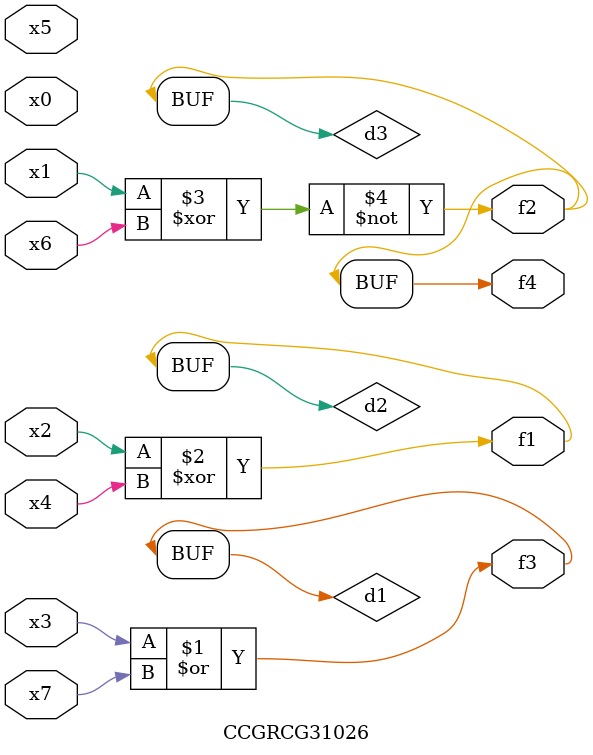
<source format=v>
module CCGRCG31026(
	input x0, x1, x2, x3, x4, x5, x6, x7,
	output f1, f2, f3, f4
);

	wire d1, d2, d3;

	or (d1, x3, x7);
	xor (d2, x2, x4);
	xnor (d3, x1, x6);
	assign f1 = d2;
	assign f2 = d3;
	assign f3 = d1;
	assign f4 = d3;
endmodule

</source>
